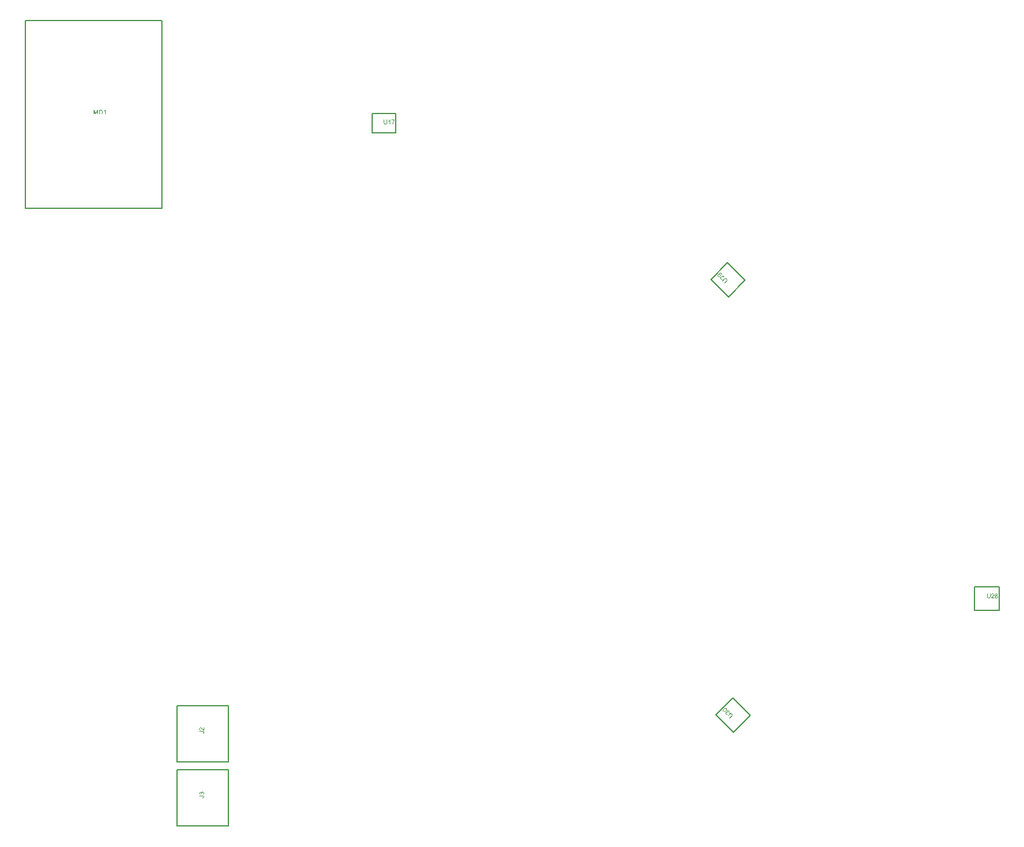
<source format=gbr>
G04*
G04 #@! TF.GenerationSoftware,Altium Limited,Altium Designer,22.4.2 (48)*
G04*
G04 Layer_Color=16711935*
%FSLAX25Y25*%
%MOIN*%
G70*
G04*
G04 #@! TF.SameCoordinates,43EAD1C5-17A3-47DC-85D2-FB09855483F6*
G04*
G04*
G04 #@! TF.FilePolarity,Positive*
G04*
G01*
G75*
%ADD13C,0.00787*%
G36*
X292020Y533436D02*
Y533433D01*
Y533418D01*
Y533400D01*
Y533374D01*
X292016Y533342D01*
Y533305D01*
X292012Y533262D01*
X292009Y533218D01*
X291998Y533120D01*
X291983Y533018D01*
X291961Y532919D01*
X291947Y532872D01*
X291932Y532828D01*
Y532825D01*
X291929Y532818D01*
X291921Y532807D01*
X291914Y532792D01*
X291892Y532752D01*
X291859Y532701D01*
X291816Y532643D01*
X291765Y532585D01*
X291699Y532523D01*
X291619Y532468D01*
X291616D01*
X291608Y532461D01*
X291597Y532457D01*
X291579Y532446D01*
X291557Y532435D01*
X291528Y532424D01*
X291499Y532413D01*
X291463Y532399D01*
X291423Y532384D01*
X291379Y532373D01*
X291332Y532363D01*
X291277Y532352D01*
X291222Y532344D01*
X291164Y532337D01*
X291033Y532330D01*
X291000D01*
X290975Y532333D01*
X290946D01*
X290909Y532337D01*
X290869Y532341D01*
X290829Y532344D01*
X290738Y532359D01*
X290640Y532381D01*
X290545Y532410D01*
X290454Y532450D01*
X290451D01*
X290443Y532457D01*
X290433Y532464D01*
X290418Y532472D01*
X290378Y532501D01*
X290331Y532541D01*
X290276Y532592D01*
X290225Y532650D01*
X290174Y532723D01*
X290134Y532803D01*
Y532807D01*
X290130Y532814D01*
X290127Y532828D01*
X290119Y532847D01*
X290112Y532868D01*
X290105Y532898D01*
X290094Y532930D01*
X290087Y532970D01*
X290079Y533014D01*
X290069Y533061D01*
X290061Y533112D01*
X290054Y533167D01*
X290047Y533229D01*
X290043Y533294D01*
X290039Y533363D01*
Y533436D01*
Y534892D01*
X290374D01*
Y533436D01*
Y533433D01*
Y533422D01*
Y533403D01*
Y533382D01*
X290378Y533356D01*
Y533323D01*
X290382Y533254D01*
X290389Y533174D01*
X290400Y533094D01*
X290414Y533018D01*
X290422Y532985D01*
X290433Y532952D01*
X290436Y532945D01*
X290443Y532927D01*
X290462Y532901D01*
X290483Y532865D01*
X290509Y532828D01*
X290545Y532788D01*
X290589Y532748D01*
X290640Y532716D01*
X290647Y532712D01*
X290665Y532701D01*
X290698Y532690D01*
X290742Y532676D01*
X290793Y532657D01*
X290858Y532646D01*
X290928Y532635D01*
X291004Y532632D01*
X291040D01*
X291062Y532635D01*
X291095D01*
X291128Y532639D01*
X291208Y532654D01*
X291295Y532672D01*
X291379Y532701D01*
X291459Y532741D01*
X291495Y532767D01*
X291528Y532796D01*
X291532Y532799D01*
X291535Y532803D01*
X291543Y532814D01*
X291554Y532828D01*
X291564Y532850D01*
X291579Y532872D01*
X291594Y532905D01*
X291608Y532938D01*
X291623Y532978D01*
X291634Y533025D01*
X291648Y533080D01*
X291659Y533138D01*
X291670Y533203D01*
X291677Y533273D01*
X291685Y533353D01*
Y533436D01*
Y534892D01*
X292020D01*
Y533436D01*
D02*
G37*
G36*
X296060Y534616D02*
X296056Y534612D01*
X296049Y534605D01*
X296034Y534590D01*
X296020Y534568D01*
X295998Y534543D01*
X295969Y534514D01*
X295940Y534477D01*
X295907Y534434D01*
X295874Y534390D01*
X295834Y534339D01*
X295794Y534281D01*
X295754Y534223D01*
X295710Y534157D01*
X295667Y534088D01*
X295623Y534011D01*
X295579Y533935D01*
X295576Y533931D01*
X295568Y533917D01*
X295558Y533895D01*
X295539Y533862D01*
X295521Y533822D01*
X295499Y533778D01*
X295474Y533728D01*
X295448Y533669D01*
X295419Y533604D01*
X295387Y533538D01*
X295357Y533465D01*
X295328Y533389D01*
X295270Y533232D01*
X295215Y533065D01*
Y533061D01*
X295212Y533050D01*
X295208Y533032D01*
X295201Y533010D01*
X295194Y532981D01*
X295186Y532945D01*
X295175Y532905D01*
X295168Y532861D01*
X295157Y532810D01*
X295146Y532756D01*
X295128Y532639D01*
X295110Y532512D01*
X295099Y532373D01*
X294782D01*
Y532377D01*
Y532388D01*
Y532403D01*
X294786Y532424D01*
Y532453D01*
X294790Y532490D01*
X294793Y532530D01*
X294797Y532574D01*
X294804Y532625D01*
X294811Y532676D01*
X294822Y532737D01*
X294833Y532799D01*
X294844Y532865D01*
X294859Y532938D01*
X294895Y533087D01*
Y533090D01*
X294899Y533105D01*
X294906Y533127D01*
X294917Y533160D01*
X294928Y533196D01*
X294942Y533240D01*
X294957Y533291D01*
X294979Y533345D01*
X295001Y533407D01*
X295023Y533469D01*
X295077Y533607D01*
X295143Y533753D01*
X295215Y533899D01*
X295219Y533902D01*
X295226Y533917D01*
X295237Y533935D01*
X295252Y533964D01*
X295270Y533997D01*
X295296Y534037D01*
X295321Y534081D01*
X295350Y534128D01*
X295419Y534234D01*
X295492Y534343D01*
X295576Y534455D01*
X295663Y534561D01*
X294429D01*
Y534860D01*
X296060D01*
Y534616D01*
D02*
G37*
G36*
X293614Y532373D02*
X293304D01*
Y534343D01*
X293301Y534339D01*
X293283Y534325D01*
X293261Y534303D01*
X293224Y534277D01*
X293184Y534244D01*
X293133Y534208D01*
X293075Y534168D01*
X293010Y534128D01*
X293006D01*
X293002Y534124D01*
X292981Y534110D01*
X292944Y534092D01*
X292900Y534070D01*
X292849Y534044D01*
X292795Y534019D01*
X292740Y533993D01*
X292686Y533971D01*
Y534270D01*
X292689D01*
X292697Y534277D01*
X292711Y534281D01*
X292729Y534292D01*
X292751Y534303D01*
X292777Y534317D01*
X292839Y534354D01*
X292911Y534394D01*
X292984Y534445D01*
X293061Y534503D01*
X293137Y534565D01*
X293141Y534568D01*
X293144Y534572D01*
X293155Y534583D01*
X293170Y534594D01*
X293202Y534630D01*
X293246Y534674D01*
X293290Y534725D01*
X293337Y534783D01*
X293377Y534841D01*
X293414Y534903D01*
X293614D01*
Y532373D01*
D02*
G37*
G36*
X478717Y210121D02*
X478720Y210118D01*
X478728Y210121D01*
X478741Y210118D01*
X478756Y210113D01*
X478777Y210108D01*
X478800Y210105D01*
X478856Y210085D01*
X478921Y210056D01*
X478993Y210020D01*
X479067Y209966D01*
X479142Y209902D01*
X479168Y209876D01*
X479183Y209856D01*
X479201Y209833D01*
X479222Y209802D01*
X479245Y209768D01*
X479268Y209730D01*
X479289Y209688D01*
X479312Y209645D01*
X479330Y209596D01*
X479345Y209544D01*
X479358Y209490D01*
X479366Y209431D01*
X479368Y209372D01*
X479366Y209313D01*
Y209307D01*
X479363Y209295D01*
X479358Y209274D01*
X479351Y209241D01*
X479340Y209205D01*
X479322Y209161D01*
X479304Y209107D01*
X479278Y209050D01*
X479248Y208988D01*
X479209Y208919D01*
X479165Y208844D01*
X479111Y208764D01*
X479052Y208679D01*
X478982Y208594D01*
X478903Y208504D01*
X478815Y208412D01*
X478813Y208409D01*
X478802Y208399D01*
X478784Y208381D01*
X478764Y208360D01*
X478733Y208334D01*
X478702Y208304D01*
X478666Y208273D01*
X478625Y208237D01*
X478537Y208165D01*
X478439Y208093D01*
X478339Y208023D01*
X478290Y207995D01*
X478241Y207966D01*
X478239Y207964D01*
X478231Y207961D01*
X478215Y207956D01*
X478197Y207948D01*
X478174Y207936D01*
X478146Y207928D01*
X478082Y207905D01*
X478010Y207884D01*
X477927Y207869D01*
X477840Y207858D01*
X477752Y207863D01*
X477749Y207866D01*
X477742Y207863D01*
X477729Y207866D01*
X477713Y207871D01*
X477690Y207874D01*
X477667Y207881D01*
X477608Y207899D01*
X477544Y207928D01*
X477472Y207964D01*
X477397Y208018D01*
X477322Y208082D01*
X477299Y208105D01*
X477273Y208136D01*
X477245Y208175D01*
X477214Y208221D01*
X477183Y208273D01*
X477152Y208329D01*
X477132Y208391D01*
X477129Y208394D01*
Y208399D01*
X477124Y208419D01*
X477116Y208453D01*
X477109Y208497D01*
X477106Y208551D01*
X477104Y208610D01*
X477109Y208672D01*
X477119Y208739D01*
X477121Y208746D01*
X477124Y208769D01*
X477137Y208803D01*
X477152Y208854D01*
X477176Y208909D01*
X477199Y208973D01*
X477232Y209042D01*
X477273Y209114D01*
X477276Y209117D01*
X477279Y209125D01*
X477284Y209135D01*
X477294Y209150D01*
X477307Y209168D01*
X477322Y209189D01*
X477340Y209217D01*
X477363Y209246D01*
X477387Y209279D01*
X477415Y209313D01*
X477448Y209351D01*
X477479Y209392D01*
X477518Y209436D01*
X477559Y209477D01*
X477603Y209526D01*
X477652Y209575D01*
X477654Y209578D01*
X477665Y209588D01*
X477683Y209606D01*
X477703Y209627D01*
X477734Y209652D01*
X477765Y209683D01*
X477801Y209714D01*
X477840Y209748D01*
X477930Y209822D01*
X478027Y209894D01*
X478125Y209961D01*
X478174Y209990D01*
X478226Y210015D01*
X478228Y210018D01*
X478236Y210020D01*
X478251Y210026D01*
X478269Y210033D01*
X478293Y210046D01*
X478321Y210054D01*
X478385Y210077D01*
X478457Y210098D01*
X478542Y210116D01*
X478627Y210123D01*
X478717Y210121D01*
D02*
G37*
G36*
X479984Y208767D02*
X480007Y208764D01*
X480035Y208762D01*
X480069Y208754D01*
X480107Y208746D01*
X480148Y208731D01*
X480192Y208718D01*
X480241Y208700D01*
X480287Y208679D01*
X480339Y208654D01*
X480390Y208623D01*
X480442Y208587D01*
X480491Y208548D01*
X480542Y208502D01*
X480565Y208479D01*
X480578Y208461D01*
X480596Y208437D01*
X480617Y208412D01*
X480637Y208381D01*
X480661Y208347D01*
X480707Y208270D01*
X480746Y208180D01*
X480763Y208131D01*
X480776Y208082D01*
X480784Y208028D01*
X480792Y207974D01*
Y207969D01*
Y207959D01*
Y207943D01*
X480789Y207925D01*
Y207899D01*
X480784Y207869D01*
X480782Y207835D01*
X480774Y207797D01*
X480763Y207755D01*
X480753Y207714D01*
X480720Y207624D01*
X480671Y207529D01*
X480640Y207483D01*
X480604Y207436D01*
X480357Y207627D01*
X480359Y207629D01*
X480362Y207637D01*
X480370Y207650D01*
X480380Y207665D01*
X480393Y207683D01*
X480406Y207706D01*
X480432Y207758D01*
X480460Y207822D01*
X480480Y207889D01*
X480496Y207956D01*
X480501Y208023D01*
X480498Y208031D01*
Y208051D01*
X480491Y208085D01*
X480478Y208123D01*
X480462Y208170D01*
X480437Y208221D01*
X480403Y208275D01*
X480359Y208324D01*
X480344Y208340D01*
X480331Y208347D01*
X480300Y208373D01*
X480257Y208401D01*
X480202Y208430D01*
X480141Y208455D01*
X480071Y208473D01*
X479994Y208479D01*
X479984D01*
X479955Y208476D01*
X479917Y208468D01*
X479865Y208458D01*
X479806Y208440D01*
X479747Y208412D01*
X479682Y208373D01*
X479621Y208322D01*
X479618Y208319D01*
X479613Y208314D01*
X479605Y208306D01*
X479598Y208293D01*
X479572Y208262D01*
X479546Y208221D01*
X479515Y208170D01*
X479492Y208111D01*
X479477Y208044D01*
X479471Y207972D01*
Y207961D01*
X479474Y207938D01*
X479479Y207902D01*
X479490Y207856D01*
X479507Y207802D01*
X479536Y207743D01*
X479574Y207683D01*
X479623Y207624D01*
X479646Y207601D01*
X479667Y207586D01*
X479693Y207565D01*
X479724Y207544D01*
X479760Y207519D01*
X479801Y207493D01*
X479582Y207326D01*
X479569Y207338D01*
X479562Y207351D01*
X479528Y207385D01*
X479495Y207408D01*
X479456Y207436D01*
X479410Y207467D01*
X479353Y207498D01*
X479294Y207521D01*
X479227Y207542D01*
X479224Y207544D01*
X479219D01*
X479196Y207547D01*
X479160D01*
X479116Y207544D01*
X479062Y207531D01*
X479006Y207511D01*
X478949Y207480D01*
X478918Y207459D01*
X478890Y207431D01*
X478887Y207429D01*
X478885Y207426D01*
X478869Y207411D01*
X478854Y207385D01*
X478831Y207351D01*
X478810Y207310D01*
X478789Y207264D01*
X478777Y207210D01*
X478774Y207151D01*
Y207145D01*
X478777Y207122D01*
X478782Y207091D01*
X478789Y207053D01*
X478807Y207009D01*
X478831Y206960D01*
X478861Y206909D01*
X478905Y206860D01*
X478926Y206839D01*
X478954Y206821D01*
X478990Y206795D01*
X479034Y206772D01*
X479080Y206752D01*
X479137Y206736D01*
X479196Y206728D01*
X479201D01*
X479224Y206731D01*
X479258Y206734D01*
X479302Y206741D01*
X479353Y206757D01*
X479412Y206780D01*
X479477Y206813D01*
X479543Y206860D01*
X479724Y206602D01*
X479721Y206600D01*
X479711Y206595D01*
X479698Y206587D01*
X479680Y206574D01*
X479657Y206561D01*
X479628Y206548D01*
X479564Y206515D01*
X479482Y206484D01*
X479394Y206458D01*
X479302Y206443D01*
X479199D01*
X479191Y206445D01*
X479178Y206448D01*
X479160Y206451D01*
X479137Y206453D01*
X479108Y206461D01*
X479080Y206469D01*
X479044Y206479D01*
X478972Y206510D01*
X478892Y206548D01*
X478810Y206605D01*
X478769Y206636D01*
X478704Y206700D01*
X478679Y206731D01*
X478650Y206770D01*
X478617Y206819D01*
X478583Y206878D01*
X478553Y206940D01*
X478527Y207006D01*
X478524Y207009D01*
Y207014D01*
X478516Y207037D01*
X478509Y207076D01*
X478501Y207120D01*
X478496Y207176D01*
X478493Y207236D01*
X478496Y207300D01*
X478509Y207364D01*
X478511Y207372D01*
X478516Y207393D01*
X478529Y207426D01*
X478545Y207467D01*
X478565Y207513D01*
X478594Y207562D01*
X478630Y207614D01*
X478671Y207660D01*
X478676Y207665D01*
X478692Y207681D01*
X478715Y207699D01*
X478748Y207722D01*
X478789Y207748D01*
X478838Y207771D01*
X478890Y207791D01*
X478946Y207807D01*
X478954Y207809D01*
X478972Y207812D01*
X479006Y207815D01*
X479047D01*
X479096Y207812D01*
X479152Y207807D01*
X479212Y207794D01*
X479278Y207773D01*
X479276Y207776D01*
X479273Y207784D01*
X479268Y207794D01*
X479260Y207807D01*
X479242Y207845D01*
X479222Y207897D01*
X479201Y207959D01*
X479186Y208026D01*
X479181Y208098D01*
X479183Y208172D01*
X479186Y208180D01*
X479191Y208206D01*
X479201Y208247D01*
X479219Y208296D01*
X479245Y208352D01*
X479278Y208417D01*
X479325Y208484D01*
X479384Y208548D01*
X479387Y208551D01*
X479394Y208558D01*
X479407Y208571D01*
X479425Y208584D01*
X479448Y208602D01*
X479477Y208620D01*
X479507Y208641D01*
X479541Y208664D01*
X479623Y208705D01*
X479672Y208723D01*
X479718Y208739D01*
X479773Y208752D01*
X479829Y208762D01*
X479888Y208769D01*
X479966D01*
X479984Y208767D01*
D02*
G37*
G36*
X481502Y207269D02*
X481598Y207251D01*
X481600Y207248D01*
X481610D01*
X481621Y207243D01*
X481641Y207238D01*
X481664Y207230D01*
X481693Y207218D01*
X481721Y207205D01*
X481757Y207189D01*
X481796Y207171D01*
X481834Y207148D01*
X481875Y207122D01*
X481922Y207091D01*
X481965Y207058D01*
X482012Y207022D01*
X482110Y206934D01*
X482133Y206911D01*
X482148Y206891D01*
X482169Y206870D01*
X482192Y206842D01*
X482218Y206811D01*
X482243Y206780D01*
X482298Y206705D01*
X482352Y206620D01*
X482398Y206533D01*
X482434Y206440D01*
X482437Y206438D01*
Y206427D01*
X482439Y206414D01*
X482444Y206399D01*
X482452Y206350D01*
X482457Y206288D01*
X482460Y206214D01*
X482455Y206136D01*
X482439Y206049D01*
X482411Y205964D01*
X482408Y205961D01*
X482406Y205954D01*
X482398Y205941D01*
X482390Y205923D01*
X482380Y205902D01*
X482365Y205876D01*
X482349Y205846D01*
X482326Y205812D01*
X482300Y205776D01*
X482274Y205735D01*
X482243Y205694D01*
X482210Y205650D01*
X482171Y205601D01*
X482128Y205552D01*
X482081Y205501D01*
X482030Y205449D01*
X481000Y204420D01*
X480763Y204657D01*
X481793Y205686D01*
X481796Y205689D01*
X481803Y205696D01*
X481816Y205709D01*
X481832Y205725D01*
X481847Y205745D01*
X481870Y205768D01*
X481917Y205820D01*
X481968Y205882D01*
X482017Y205946D01*
X482061Y206010D01*
X482079Y206039D01*
X482094Y206069D01*
X482097Y206077D01*
X482104Y206095D01*
X482110Y206126D01*
X482120Y206167D01*
X482128Y206211D01*
X482130Y206265D01*
X482128Y206324D01*
X482115Y206383D01*
X482112Y206391D01*
X482107Y206412D01*
X482092Y206443D01*
X482071Y206484D01*
X482048Y206533D01*
X482009Y206587D01*
X481968Y206644D01*
X481917Y206700D01*
X481891Y206726D01*
X481873Y206739D01*
X481850Y206762D01*
X481824Y206783D01*
X481757Y206829D01*
X481682Y206878D01*
X481603Y206916D01*
X481518Y206945D01*
X481474Y206952D01*
X481430Y206955D01*
X481420D01*
X481407Y206952D01*
X481389Y206950D01*
X481366Y206942D01*
X481340Y206937D01*
X481307Y206924D01*
X481273Y206911D01*
X481235Y206893D01*
X481193Y206867D01*
X481145Y206839D01*
X481096Y206806D01*
X481041Y206767D01*
X480987Y206723D01*
X480926Y206672D01*
X480866Y206613D01*
X479837Y205583D01*
X479600Y205820D01*
X480630Y206849D01*
X480632Y206852D01*
X480643Y206862D01*
X480655Y206875D01*
X480673Y206893D01*
X480699Y206914D01*
X480725Y206940D01*
X480758Y206968D01*
X480792Y206996D01*
X480869Y207058D01*
X480951Y207120D01*
X481036Y207174D01*
X481080Y207197D01*
X481121Y207218D01*
X481124Y207220D01*
X481132Y207223D01*
X481145Y207225D01*
X481160Y207230D01*
X481204Y207243D01*
X481263Y207256D01*
X481335Y207266D01*
X481412Y207272D01*
X481502Y207269D01*
D02*
G37*
G36*
X624815Y271776D02*
Y271772D01*
Y271758D01*
Y271739D01*
Y271714D01*
X624811Y271681D01*
Y271645D01*
X624808Y271601D01*
X624804Y271557D01*
X624793Y271459D01*
X624778Y271357D01*
X624756Y271259D01*
X624742Y271212D01*
X624727Y271168D01*
Y271164D01*
X624724Y271157D01*
X624717Y271146D01*
X624709Y271131D01*
X624687Y271092D01*
X624655Y271041D01*
X624611Y270982D01*
X624560Y270924D01*
X624494Y270862D01*
X624414Y270808D01*
X624411D01*
X624403Y270800D01*
X624393Y270797D01*
X624374Y270786D01*
X624353Y270775D01*
X624323Y270764D01*
X624294Y270753D01*
X624258Y270738D01*
X624218Y270724D01*
X624174Y270713D01*
X624127Y270702D01*
X624072Y270691D01*
X624018Y270684D01*
X623959Y270676D01*
X623828Y270669D01*
X623796D01*
X623770Y270673D01*
X623741D01*
X623705Y270676D01*
X623665Y270680D01*
X623625Y270684D01*
X623533Y270698D01*
X623435Y270720D01*
X623341Y270749D01*
X623249Y270789D01*
X623246D01*
X623239Y270797D01*
X623228Y270804D01*
X623213Y270811D01*
X623173Y270840D01*
X623126Y270880D01*
X623071Y270931D01*
X623020Y270990D01*
X622969Y271062D01*
X622929Y271142D01*
Y271146D01*
X622926Y271153D01*
X622922Y271168D01*
X622915Y271186D01*
X622907Y271208D01*
X622900Y271237D01*
X622889Y271270D01*
X622882Y271310D01*
X622875Y271354D01*
X622864Y271401D01*
X622856Y271452D01*
X622849Y271506D01*
X622842Y271568D01*
X622838Y271634D01*
X622835Y271703D01*
Y271776D01*
Y273232D01*
X623170D01*
Y271776D01*
Y271772D01*
Y271761D01*
Y271743D01*
Y271721D01*
X623173Y271696D01*
Y271663D01*
X623177Y271594D01*
X623184Y271514D01*
X623195Y271434D01*
X623209Y271357D01*
X623217Y271324D01*
X623228Y271292D01*
X623231Y271284D01*
X623239Y271266D01*
X623257Y271241D01*
X623279Y271204D01*
X623304Y271168D01*
X623341Y271128D01*
X623384Y271088D01*
X623435Y271055D01*
X623443Y271051D01*
X623461Y271041D01*
X623493Y271030D01*
X623537Y271015D01*
X623588Y270997D01*
X623654Y270986D01*
X623723Y270975D01*
X623799Y270971D01*
X623836D01*
X623857Y270975D01*
X623890D01*
X623923Y270979D01*
X624003Y270993D01*
X624090Y271011D01*
X624174Y271041D01*
X624254Y271081D01*
X624291Y271106D01*
X624323Y271135D01*
X624327Y271139D01*
X624331Y271142D01*
X624338Y271153D01*
X624349Y271168D01*
X624360Y271190D01*
X624374Y271212D01*
X624389Y271244D01*
X624403Y271277D01*
X624418Y271317D01*
X624429Y271364D01*
X624443Y271419D01*
X624454Y271477D01*
X624465Y271543D01*
X624473Y271612D01*
X624480Y271692D01*
Y271776D01*
Y273232D01*
X624815D01*
Y271776D01*
D02*
G37*
G36*
X626140Y273239D02*
X626169Y273235D01*
X626205Y273232D01*
X626245Y273224D01*
X626285Y273217D01*
X626380Y273192D01*
X626475Y273155D01*
X626522Y273133D01*
X626569Y273108D01*
X626613Y273075D01*
X626653Y273039D01*
X626657Y273035D01*
X626664Y273032D01*
X626671Y273017D01*
X626686Y273003D01*
X626704Y272984D01*
X626722Y272959D01*
X626740Y272933D01*
X626762Y272901D01*
X626798Y272831D01*
X626835Y272744D01*
X626850Y272700D01*
X626857Y272649D01*
X626864Y272598D01*
X626868Y272544D01*
Y272537D01*
Y272518D01*
X626864Y272489D01*
X626860Y272449D01*
X626853Y272406D01*
X626839Y272355D01*
X626824Y272300D01*
X626802Y272245D01*
X626798Y272238D01*
X626791Y272220D01*
X626777Y272191D01*
X626755Y272151D01*
X626726Y272107D01*
X626689Y272052D01*
X626646Y271998D01*
X626595Y271936D01*
X626587Y271929D01*
X626569Y271907D01*
X626551Y271889D01*
X626533Y271870D01*
X626511Y271849D01*
X626482Y271819D01*
X626453Y271790D01*
X626416Y271758D01*
X626380Y271721D01*
X626336Y271681D01*
X626289Y271641D01*
X626238Y271594D01*
X626180Y271547D01*
X626122Y271496D01*
X626118Y271492D01*
X626111Y271485D01*
X626096Y271474D01*
X626078Y271459D01*
X626056Y271437D01*
X626030Y271415D01*
X625972Y271368D01*
X625910Y271314D01*
X625852Y271259D01*
X625801Y271212D01*
X625779Y271193D01*
X625761Y271175D01*
X625758Y271172D01*
X625747Y271161D01*
X625732Y271146D01*
X625714Y271124D01*
X625696Y271099D01*
X625674Y271073D01*
X625630Y271011D01*
X626871D01*
Y270713D01*
X625201D01*
Y270717D01*
Y270731D01*
Y270753D01*
X625204Y270782D01*
X625208Y270815D01*
X625215Y270851D01*
X625222Y270888D01*
X625237Y270928D01*
Y270931D01*
X625241Y270935D01*
X625248Y270957D01*
X625262Y270990D01*
X625284Y271033D01*
X625313Y271084D01*
X625350Y271142D01*
X625390Y271201D01*
X625441Y271263D01*
Y271266D01*
X625448Y271270D01*
X625466Y271292D01*
X625499Y271324D01*
X625546Y271372D01*
X625601Y271426D01*
X625670Y271492D01*
X625754Y271565D01*
X625845Y271641D01*
X625848Y271645D01*
X625863Y271656D01*
X625885Y271674D01*
X625910Y271696D01*
X625943Y271725D01*
X625983Y271758D01*
X626023Y271794D01*
X626071Y271834D01*
X626161Y271921D01*
X626253Y272009D01*
X626296Y272052D01*
X626336Y272096D01*
X626373Y272136D01*
X626402Y272176D01*
Y272180D01*
X626409Y272183D01*
X626416Y272194D01*
X626424Y272209D01*
X626449Y272249D01*
X626478Y272296D01*
X626504Y272355D01*
X626529Y272416D01*
X626544Y272486D01*
X626551Y272551D01*
Y272555D01*
Y272558D01*
X626547Y272580D01*
X626544Y272617D01*
X626533Y272657D01*
X626518Y272708D01*
X626493Y272759D01*
X626460Y272810D01*
X626416Y272861D01*
X626409Y272868D01*
X626391Y272882D01*
X626365Y272901D01*
X626325Y272926D01*
X626274Y272948D01*
X626216Y272970D01*
X626147Y272984D01*
X626071Y272988D01*
X626049D01*
X626034Y272984D01*
X625990Y272981D01*
X625940Y272970D01*
X625885Y272955D01*
X625823Y272930D01*
X625765Y272897D01*
X625710Y272853D01*
X625703Y272846D01*
X625688Y272828D01*
X625667Y272799D01*
X625645Y272755D01*
X625619Y272704D01*
X625597Y272639D01*
X625583Y272566D01*
X625575Y272482D01*
X625259Y272515D01*
Y272518D01*
X625262Y272529D01*
Y272548D01*
X625266Y272573D01*
X625273Y272602D01*
X625281Y272635D01*
X625292Y272675D01*
X625303Y272715D01*
X625332Y272802D01*
X625375Y272890D01*
X625401Y272933D01*
X625434Y272977D01*
X625466Y273017D01*
X625503Y273053D01*
X625506Y273057D01*
X625514Y273061D01*
X625525Y273072D01*
X625543Y273083D01*
X625565Y273097D01*
X625590Y273112D01*
X625619Y273130D01*
X625656Y273148D01*
X625696Y273166D01*
X625739Y273184D01*
X625787Y273199D01*
X625838Y273214D01*
X625892Y273224D01*
X625950Y273235D01*
X626012Y273239D01*
X626078Y273243D01*
X626114D01*
X626140Y273239D01*
D02*
G37*
G36*
X628076D02*
X628105Y273235D01*
X628138Y273232D01*
X628174Y273228D01*
X628211Y273217D01*
X628298Y273195D01*
X628386Y273163D01*
X628429Y273141D01*
X628473Y273115D01*
X628513Y273083D01*
X628553Y273050D01*
X628557Y273046D01*
X628560Y273042D01*
X628571Y273032D01*
X628586Y273017D01*
X628600Y272995D01*
X628618Y272973D01*
X628655Y272919D01*
X628691Y272850D01*
X628724Y272769D01*
X628750Y272678D01*
X628753Y272631D01*
X628757Y272580D01*
Y272577D01*
Y272573D01*
Y272551D01*
X628753Y272518D01*
X628746Y272478D01*
X628735Y272427D01*
X628717Y272376D01*
X628695Y272325D01*
X628662Y272274D01*
X628659Y272267D01*
X628644Y272253D01*
X628622Y272231D01*
X628593Y272202D01*
X628553Y272169D01*
X628506Y272136D01*
X628451Y272103D01*
X628386Y272074D01*
X628389D01*
X628397Y272071D01*
X628407Y272067D01*
X628422Y272060D01*
X628466Y272042D01*
X628517Y272016D01*
X628571Y271980D01*
X628629Y271940D01*
X628684Y271889D01*
X628735Y271830D01*
Y271827D01*
X628739Y271823D01*
X628753Y271801D01*
X628775Y271765D01*
X628797Y271718D01*
X628819Y271659D01*
X628841Y271590D01*
X628855Y271514D01*
X628859Y271430D01*
Y271426D01*
Y271415D01*
Y271397D01*
X628855Y271375D01*
X628852Y271350D01*
X628848Y271317D01*
X628841Y271281D01*
X628830Y271241D01*
X628804Y271157D01*
X628786Y271110D01*
X628760Y271066D01*
X628735Y271019D01*
X628706Y270975D01*
X628670Y270931D01*
X628629Y270888D01*
X628626Y270884D01*
X628618Y270877D01*
X628608Y270866D01*
X628589Y270855D01*
X628564Y270837D01*
X628539Y270818D01*
X628506Y270800D01*
X628469Y270778D01*
X628429Y270757D01*
X628382Y270738D01*
X628331Y270720D01*
X628280Y270702D01*
X628222Y270691D01*
X628160Y270680D01*
X628098Y270673D01*
X628029Y270669D01*
X627992D01*
X627967Y270673D01*
X627934Y270676D01*
X627898Y270680D01*
X627858Y270687D01*
X627814Y270698D01*
X627716Y270724D01*
X627665Y270742D01*
X627618Y270760D01*
X627567Y270786D01*
X627516Y270815D01*
X627468Y270848D01*
X627425Y270888D01*
X627421Y270891D01*
X627414Y270899D01*
X627403Y270910D01*
X627388Y270928D01*
X627374Y270950D01*
X627352Y270975D01*
X627334Y271004D01*
X627312Y271041D01*
X627290Y271077D01*
X627272Y271121D01*
X627235Y271212D01*
X627221Y271266D01*
X627210Y271321D01*
X627203Y271379D01*
X627199Y271437D01*
Y271441D01*
Y271448D01*
Y271463D01*
X627203Y271477D01*
Y271499D01*
X627206Y271525D01*
X627213Y271583D01*
X627228Y271648D01*
X627250Y271714D01*
X627283Y271783D01*
X627323Y271849D01*
Y271852D01*
X627330Y271856D01*
X627345Y271874D01*
X627374Y271903D01*
X627414Y271940D01*
X627465Y271976D01*
X627527Y272016D01*
X627596Y272049D01*
X627679Y272074D01*
X627676D01*
X627672Y272078D01*
X627661Y272082D01*
X627647Y272089D01*
X627614Y272103D01*
X627570Y272125D01*
X627523Y272154D01*
X627476Y272191D01*
X627432Y272231D01*
X627392Y272274D01*
X627388Y272282D01*
X627377Y272296D01*
X627363Y272325D01*
X627348Y272362D01*
X627330Y272409D01*
X627315Y272464D01*
X627305Y272526D01*
X627301Y272591D01*
Y272595D01*
Y272602D01*
Y272617D01*
X627305Y272639D01*
X627308Y272660D01*
X627312Y272689D01*
X627326Y272751D01*
X627348Y272824D01*
X627385Y272901D01*
X627406Y272941D01*
X627432Y272981D01*
X627465Y273017D01*
X627497Y273053D01*
X627501Y273057D01*
X627508Y273061D01*
X627519Y273072D01*
X627534Y273083D01*
X627552Y273097D01*
X627577Y273112D01*
X627607Y273130D01*
X627636Y273148D01*
X627672Y273166D01*
X627712Y273184D01*
X627756Y273199D01*
X627803Y273214D01*
X627905Y273235D01*
X627963Y273239D01*
X628022Y273243D01*
X628054D01*
X628076Y273239D01*
D02*
G37*
G36*
X475852Y450315D02*
X475855Y450312D01*
X475865D01*
X475878Y450310D01*
X475893Y450305D01*
X475916Y450297D01*
X475942Y450292D01*
X475973Y450281D01*
X476001Y450269D01*
X476071Y450240D01*
X476148Y450199D01*
X476223Y450145D01*
X476300Y450078D01*
X476321Y450058D01*
X476331Y450042D01*
X476349Y450024D01*
X476367Y450001D01*
X476405Y449942D01*
X476447Y449875D01*
X476483Y449798D01*
X476511Y449713D01*
X476521Y449666D01*
X476526Y449620D01*
Y449615D01*
Y449610D01*
Y449594D01*
Y449579D01*
X476524Y449556D01*
X476521Y449527D01*
X476511Y449466D01*
X476490Y449394D01*
X476460Y449311D01*
X476416Y449226D01*
X476357Y449136D01*
X476127Y449329D01*
X476130Y449332D01*
X476133Y449339D01*
X476138Y449345D01*
X476146Y449357D01*
X476166Y449394D01*
X476187Y449435D01*
X476210Y449484D01*
X476228Y449538D01*
X476241Y449592D01*
X476243Y449646D01*
Y449651D01*
X476241Y449669D01*
X476233Y449697D01*
X476223Y449728D01*
X476207Y449769D01*
X476184Y449813D01*
X476153Y449859D01*
X476115Y449903D01*
X476097Y449921D01*
X476076Y449937D01*
X476050Y449957D01*
X476017Y449980D01*
X475981Y450001D01*
X475940Y450022D01*
X475896Y450034D01*
X475891D01*
X475875Y450039D01*
X475849Y450045D01*
X475819D01*
X475780Y450047D01*
X475739D01*
X475695Y450045D01*
X475646Y450037D01*
X475641D01*
X475623Y450029D01*
X475595Y450022D01*
X475561Y450009D01*
X475517Y449991D01*
X475468Y449967D01*
X475415Y449939D01*
X475355Y449906D01*
X475353Y449903D01*
X475348D01*
X475340Y449895D01*
X475327Y449888D01*
X475296Y449867D01*
X475255Y449841D01*
X475209Y449805D01*
X475160Y449767D01*
X475108Y449720D01*
X475054Y449672D01*
X475052Y449669D01*
X475044Y449661D01*
X475031Y449648D01*
X475010Y449628D01*
X475018Y449630D01*
X475041Y449633D01*
X475075Y449635D01*
X475118Y449643D01*
X475170D01*
X475229Y449641D01*
X475293Y449633D01*
X475360Y449617D01*
X475368Y449615D01*
X475391Y449607D01*
X475425Y449594D01*
X475463Y449576D01*
X475515Y449550D01*
X475566Y449520D01*
X475620Y449481D01*
X475672Y449435D01*
X475693Y449414D01*
X475705Y449396D01*
X475723Y449373D01*
X475741Y449350D01*
X475762Y449319D01*
X475780Y449285D01*
X475821Y449208D01*
X475839Y449164D01*
X475855Y449118D01*
X475870Y449067D01*
X475878Y449013D01*
X475885Y448958D01*
Y448902D01*
Y448897D01*
Y448886D01*
X475883Y448874D01*
X475880Y448850D01*
X475875Y448819D01*
X475870Y448789D01*
X475860Y448753D01*
X475847Y448714D01*
X475834Y448670D01*
X475816Y448627D01*
X475793Y448577D01*
X475770Y448529D01*
X475739Y448477D01*
X475700Y448428D01*
X475662Y448379D01*
X475615Y448328D01*
X475613Y448325D01*
X475602Y448315D01*
X475590Y448302D01*
X475569Y448287D01*
X475543Y448266D01*
X475512Y448240D01*
X475479Y448217D01*
X475438Y448191D01*
X475353Y448143D01*
X475304Y448119D01*
X475250Y448096D01*
X475196Y448078D01*
X475139Y448068D01*
X475080Y448055D01*
X475021Y448053D01*
X474990D01*
X474967Y448055D01*
X474938Y448058D01*
X474902Y448063D01*
X474869Y448070D01*
X474825Y448078D01*
X474784Y448089D01*
X474740Y448106D01*
X474642Y448148D01*
X474596Y448174D01*
X474547Y448207D01*
X474501Y448243D01*
X474454Y448284D01*
X474436Y448302D01*
X474426Y448318D01*
X474413Y448330D01*
X474398Y448351D01*
X474362Y448403D01*
X474323Y448462D01*
X474287Y448534D01*
X474256Y448611D01*
X474233Y448696D01*
X474230Y448699D01*
X474233Y448706D01*
X474230Y448719D01*
X474228Y448737D01*
X474223Y448783D01*
X474218Y448845D01*
X474223Y448917D01*
X474230Y449002D01*
X474251Y449090D01*
X474282Y449182D01*
X474285Y449185D01*
X474287Y449193D01*
X474292Y449208D01*
X474300Y449226D01*
X474313Y449249D01*
X474328Y449280D01*
X474349Y449311D01*
X474369Y449347D01*
X474395Y449388D01*
X474426Y449435D01*
X474462Y449481D01*
X474501Y449530D01*
X474544Y449584D01*
X474591Y449641D01*
X474645Y449700D01*
X474704Y449759D01*
X474707Y449761D01*
X474719Y449774D01*
X474738Y449792D01*
X474761Y449816D01*
X474792Y449841D01*
X474825Y449875D01*
X474866Y449911D01*
X474910Y449944D01*
X475005Y450024D01*
X475111Y450104D01*
X475216Y450173D01*
X475273Y450204D01*
X475324Y450230D01*
X475327Y450233D01*
X475335Y450235D01*
X475350Y450240D01*
X475371Y450251D01*
X475394Y450258D01*
X475425Y450269D01*
X475494Y450287D01*
X475574Y450305D01*
X475662Y450320D01*
X475757Y450323D01*
X475852Y450315D01*
D02*
G37*
G36*
X478217Y448099D02*
X478215Y448096D01*
X478205Y448086D01*
X478189Y448070D01*
X478166Y448053D01*
X478140Y448032D01*
X478109Y448011D01*
X478078Y447991D01*
X478040Y447973D01*
X478037Y447970D01*
X478032D01*
X478012Y447960D01*
X477978Y447947D01*
X477932Y447931D01*
X477875Y447916D01*
X477808Y447901D01*
X477739Y447888D01*
X477659Y447880D01*
X477656Y447878D01*
X477649Y447880D01*
X477620Y447878D01*
X477430D01*
X477335Y447880D01*
X477224Y447888D01*
X477106Y447898D01*
X477100D01*
X477082Y447901D01*
X477054Y447903D01*
X477021Y447906D01*
X476977Y447908D01*
X476925Y447914D01*
X476871Y447916D01*
X476810Y447921D01*
X476683Y447924D01*
X476557Y447926D01*
X476496D01*
X476436Y447924D01*
X476382Y447921D01*
X476333Y447914D01*
X476331Y447911D01*
X476323Y447914D01*
X476310Y447911D01*
X476295Y447906D01*
X476248Y447895D01*
X476194Y447883D01*
X476135Y447859D01*
X476073Y447834D01*
X476014Y447795D01*
X475963Y447754D01*
X475960Y447751D01*
X475958Y447749D01*
X475945Y447731D01*
X475921Y447702D01*
X475901Y447666D01*
X475875Y447620D01*
X475857Y447566D01*
X475844Y447507D01*
X475839Y447440D01*
Y447430D01*
X475842Y447406D01*
X475847Y447376D01*
X475857Y447329D01*
X475878Y447278D01*
X475904Y447221D01*
X475942Y447162D01*
X475994Y447105D01*
X476009Y447090D01*
X476022Y447082D01*
X476055Y447054D01*
X476099Y447025D01*
X476148Y446997D01*
X476210Y446972D01*
X476274Y446953D01*
X476344Y446946D01*
X476354D01*
X476377Y446948D01*
X476413Y446953D01*
X476460Y446969D01*
X476513Y446987D01*
X476575Y447018D01*
X476637Y447059D01*
X476701Y447113D01*
X476902Y446866D01*
X476900Y446863D01*
X476889Y446858D01*
X476876Y446845D01*
X476856Y446830D01*
X476830Y446814D01*
X476802Y446796D01*
X476766Y446776D01*
X476730Y446755D01*
X476647Y446714D01*
X476555Y446683D01*
X476506Y446670D01*
X476452Y446663D01*
X476400Y446657D01*
X476344D01*
X476336Y446660D01*
X476321D01*
X476300Y446665D01*
X476274Y446670D01*
X476246Y446678D01*
X476212Y446686D01*
X476174Y446699D01*
X476133Y446714D01*
X476089Y446732D01*
X476045Y446755D01*
X475999Y446781D01*
X475952Y446812D01*
X475904Y446845D01*
X475857Y446886D01*
X475808Y446930D01*
X475782Y446956D01*
X475767Y446977D01*
X475749Y447000D01*
X475726Y447028D01*
X475703Y447061D01*
X475680Y447095D01*
X475631Y447180D01*
X475590Y447273D01*
X475571Y447322D01*
X475556Y447373D01*
X475548Y447427D01*
X475546Y447481D01*
Y447486D01*
X475543Y447494D01*
X475548Y447509D01*
Y447530D01*
Y447556D01*
X475554Y447587D01*
X475559Y447617D01*
X475566Y447656D01*
X475590Y447731D01*
X475626Y447818D01*
X475646Y447859D01*
X475677Y447901D01*
X475708Y447942D01*
X475744Y447983D01*
X475749Y447988D01*
X475762Y448001D01*
X475785Y448019D01*
X475816Y448045D01*
X475852Y448070D01*
X475898Y448096D01*
X475947Y448125D01*
X476001Y448148D01*
X476009Y448150D01*
X476027Y448158D01*
X476058Y448168D01*
X476102Y448181D01*
X476153Y448191D01*
X476218Y448204D01*
X476287Y448212D01*
X476367Y448220D01*
X476377D01*
X476405Y448222D01*
X476570D01*
X476619Y448220D01*
X476671D01*
X476730Y448217D01*
X476791Y448212D01*
X476861Y448209D01*
X476936Y448202D01*
X477013Y448197D01*
X477028D01*
X477046Y448194D01*
X477070Y448191D01*
X477100D01*
X477134Y448189D01*
X477209Y448181D01*
X477291Y448176D01*
X477371Y448174D01*
X477440Y448171D01*
X477468Y448168D01*
X477535D01*
X477564Y448171D01*
X477595Y448176D01*
X477628Y448179D01*
X477703Y448191D01*
X476825Y449069D01*
X477036Y449280D01*
X478217Y448099D01*
D02*
G37*
G36*
X478611Y447494D02*
X478707Y447476D01*
X478709Y447473D01*
X478719D01*
X478730Y447468D01*
X478750Y447463D01*
X478773Y447455D01*
X478802Y447442D01*
X478830Y447430D01*
X478866Y447414D01*
X478905Y447396D01*
X478943Y447373D01*
X478984Y447347D01*
X479031Y447316D01*
X479074Y447283D01*
X479121Y447247D01*
X479219Y447159D01*
X479242Y447136D01*
X479257Y447116D01*
X479278Y447095D01*
X479301Y447067D01*
X479327Y447036D01*
X479353Y447005D01*
X479406Y446930D01*
X479461Y446845D01*
X479507Y446758D01*
X479543Y446665D01*
X479545Y446663D01*
Y446652D01*
X479548Y446639D01*
X479553Y446624D01*
X479561Y446575D01*
X479566Y446513D01*
X479569Y446439D01*
X479564Y446361D01*
X479548Y446274D01*
X479520Y446189D01*
X479517Y446186D01*
X479515Y446179D01*
X479507Y446166D01*
X479499Y446148D01*
X479489Y446127D01*
X479473Y446102D01*
X479458Y446071D01*
X479435Y446037D01*
X479409Y446001D01*
X479383Y445960D01*
X479353Y445919D01*
X479319Y445875D01*
X479280Y445826D01*
X479237Y445777D01*
X479190Y445726D01*
X479139Y445674D01*
X478109Y444645D01*
X477873Y444881D01*
X478902Y445911D01*
X478905Y445914D01*
X478912Y445921D01*
X478925Y445934D01*
X478941Y445950D01*
X478956Y445970D01*
X478979Y445993D01*
X479026Y446045D01*
X479077Y446107D01*
X479126Y446171D01*
X479170Y446235D01*
X479188Y446264D01*
X479203Y446294D01*
X479206Y446302D01*
X479213Y446320D01*
X479219Y446351D01*
X479229Y446392D01*
X479237Y446436D01*
X479239Y446490D01*
X479237Y446549D01*
X479224Y446608D01*
X479221Y446616D01*
X479216Y446637D01*
X479201Y446668D01*
X479180Y446709D01*
X479157Y446758D01*
X479118Y446812D01*
X479077Y446869D01*
X479026Y446925D01*
X479000Y446951D01*
X478982Y446964D01*
X478959Y446987D01*
X478933Y447008D01*
X478866Y447054D01*
X478791Y447103D01*
X478712Y447141D01*
X478627Y447170D01*
X478583Y447177D01*
X478539Y447180D01*
X478529D01*
X478516Y447177D01*
X478498Y447175D01*
X478475Y447167D01*
X478449Y447162D01*
X478416Y447149D01*
X478382Y447136D01*
X478343Y447118D01*
X478302Y447092D01*
X478254Y447064D01*
X478205Y447031D01*
X478151Y446992D01*
X478096Y446948D01*
X478035Y446897D01*
X477976Y446838D01*
X476946Y445808D01*
X476709Y446045D01*
X477739Y447074D01*
X477741Y447077D01*
X477752Y447087D01*
X477764Y447100D01*
X477782Y447118D01*
X477808Y447139D01*
X477834Y447164D01*
X477867Y447193D01*
X477901Y447221D01*
X477978Y447283D01*
X478060Y447345D01*
X478145Y447399D01*
X478189Y447422D01*
X478230Y447442D01*
X478233Y447445D01*
X478241Y447448D01*
X478254Y447450D01*
X478269Y447455D01*
X478313Y447468D01*
X478372Y447481D01*
X478444Y447491D01*
X478521Y447497D01*
X478611Y447494D01*
D02*
G37*
G36*
X132324Y537854D02*
X132003D01*
Y539962D01*
X131268Y537854D01*
X130970D01*
X130242Y539998D01*
Y537854D01*
X129921D01*
Y540373D01*
X130420D01*
X131017Y538586D01*
Y538582D01*
X131020Y538575D01*
X131024Y538564D01*
X131031Y538546D01*
X131046Y538502D01*
X131064Y538448D01*
X131082Y538386D01*
X131104Y538324D01*
X131122Y538266D01*
X131137Y538215D01*
X131141Y538222D01*
X131144Y538240D01*
X131155Y538273D01*
X131170Y538317D01*
X131188Y538375D01*
X131213Y538444D01*
X131239Y538524D01*
X131272Y538619D01*
X131876Y540373D01*
X132324D01*
Y537854D01*
D02*
G37*
G36*
X136444D02*
X136135D01*
Y539823D01*
X136131Y539820D01*
X136113Y539805D01*
X136091Y539783D01*
X136055Y539758D01*
X136015Y539725D01*
X135964Y539689D01*
X135905Y539649D01*
X135840Y539609D01*
X135836D01*
X135833Y539605D01*
X135811Y539591D01*
X135774Y539572D01*
X135731Y539550D01*
X135680Y539525D01*
X135625Y539500D01*
X135571Y539474D01*
X135516Y539452D01*
Y539751D01*
X135520D01*
X135527Y539758D01*
X135541Y539762D01*
X135560Y539773D01*
X135581Y539783D01*
X135607Y539798D01*
X135669Y539834D01*
X135742Y539875D01*
X135814Y539925D01*
X135891Y539984D01*
X135967Y540046D01*
X135971Y540049D01*
X135975Y540053D01*
X135985Y540064D01*
X136000Y540075D01*
X136033Y540111D01*
X136076Y540155D01*
X136120Y540206D01*
X136168Y540264D01*
X136207Y540322D01*
X136244Y540384D01*
X136444D01*
Y537854D01*
D02*
G37*
G36*
X133900Y540370D02*
X133973Y540366D01*
X134045Y540359D01*
X134118Y540348D01*
X134180Y540337D01*
X134184D01*
X134191Y540333D01*
X134202D01*
X134216Y540326D01*
X134256Y540315D01*
X134307Y540297D01*
X134366Y540271D01*
X134427Y540239D01*
X134489Y540202D01*
X134548Y540155D01*
X134551Y540151D01*
X134555Y540147D01*
X134566Y540137D01*
X134580Y540126D01*
X134617Y540089D01*
X134660Y540038D01*
X134708Y539976D01*
X134759Y539904D01*
X134806Y539820D01*
X134846Y539725D01*
Y539722D01*
X134850Y539714D01*
X134857Y539700D01*
X134861Y539678D01*
X134872Y539652D01*
X134879Y539623D01*
X134886Y539591D01*
X134897Y539550D01*
X134908Y539510D01*
X134915Y539463D01*
X134933Y539361D01*
X134944Y539248D01*
X134948Y539125D01*
Y539121D01*
Y539114D01*
Y539095D01*
Y539077D01*
X134944Y539052D01*
Y539023D01*
X134941Y538954D01*
X134930Y538873D01*
X134919Y538790D01*
X134901Y538702D01*
X134879Y538615D01*
Y538611D01*
X134875Y538604D01*
X134872Y538593D01*
X134868Y538579D01*
X134853Y538539D01*
X134832Y538488D01*
X134810Y538429D01*
X134781Y538371D01*
X134744Y538309D01*
X134708Y538251D01*
X134704Y538244D01*
X134690Y538226D01*
X134668Y538200D01*
X134639Y538167D01*
X134606Y538131D01*
X134566Y538095D01*
X134526Y538055D01*
X134478Y538022D01*
X134471Y538018D01*
X134457Y538007D01*
X134431Y537993D01*
X134395Y537974D01*
X134351Y537953D01*
X134300Y537934D01*
X134242Y537913D01*
X134176Y537894D01*
X134169D01*
X134158Y537891D01*
X134147Y537887D01*
X134111Y537883D01*
X134060Y537876D01*
X134002Y537869D01*
X133932Y537862D01*
X133856Y537858D01*
X133772Y537854D01*
X132866D01*
Y540373D01*
X133834D01*
X133900Y540370D01*
D02*
G37*
G36*
X190167Y163887D02*
X190196Y163884D01*
X190229Y163876D01*
X190265Y163869D01*
X190305Y163862D01*
X190393Y163833D01*
X190440Y163811D01*
X190484Y163789D01*
X190531Y163760D01*
X190578Y163727D01*
X190626Y163691D01*
X190669Y163647D01*
X190673Y163644D01*
X190680Y163636D01*
X190691Y163622D01*
X190706Y163603D01*
X190724Y163582D01*
X190742Y163553D01*
X190764Y163520D01*
X190782Y163480D01*
X190804Y163440D01*
X190826Y163392D01*
X190844Y163345D01*
X190862Y163291D01*
X190877Y163232D01*
X190888Y163170D01*
X190895Y163109D01*
X190899Y163039D01*
Y163007D01*
X190895Y162985D01*
X190891Y162956D01*
X190888Y162923D01*
X190880Y162886D01*
X190873Y162846D01*
X190851Y162759D01*
X190815Y162668D01*
X190793Y162621D01*
X190768Y162577D01*
X190735Y162533D01*
X190702Y162490D01*
X190698Y162486D01*
X190691Y162479D01*
X190680Y162468D01*
X190666Y162457D01*
X190647Y162439D01*
X190622Y162420D01*
X190596Y162399D01*
X190564Y162377D01*
X190527Y162355D01*
X190491Y162333D01*
X190404Y162293D01*
X190302Y162260D01*
X190247Y162249D01*
X190189Y162242D01*
X190149Y162552D01*
X190152D01*
X190160Y162555D01*
X190174Y162559D01*
X190192Y162563D01*
X190214Y162566D01*
X190240Y162573D01*
X190294Y162592D01*
X190360Y162617D01*
X190422Y162650D01*
X190480Y162686D01*
X190531Y162730D01*
X190535Y162737D01*
X190549Y162752D01*
X190567Y162781D01*
X190586Y162817D01*
X190607Y162861D01*
X190626Y162916D01*
X190640Y162977D01*
X190644Y163043D01*
Y163065D01*
X190640Y163079D01*
X190637Y163119D01*
X190626Y163170D01*
X190607Y163229D01*
X190582Y163291D01*
X190545Y163352D01*
X190495Y163411D01*
X190487Y163418D01*
X190465Y163436D01*
X190433Y163458D01*
X190389Y163487D01*
X190334Y163516D01*
X190272Y163538D01*
X190200Y163556D01*
X190120Y163564D01*
X190116D01*
X190109D01*
X190098D01*
X190083Y163560D01*
X190043Y163556D01*
X189996Y163545D01*
X189938Y163531D01*
X189879Y163505D01*
X189821Y163469D01*
X189767Y163421D01*
X189759Y163414D01*
X189745Y163396D01*
X189723Y163367D01*
X189697Y163327D01*
X189672Y163276D01*
X189650Y163214D01*
X189636Y163145D01*
X189628Y163068D01*
Y163036D01*
X189632Y163010D01*
X189636Y162977D01*
X189643Y162941D01*
X189650Y162897D01*
X189661Y162850D01*
X189388Y162886D01*
Y162905D01*
X189392Y162919D01*
Y162967D01*
X189384Y163007D01*
X189377Y163054D01*
X189366Y163109D01*
X189348Y163170D01*
X189322Y163229D01*
X189290Y163291D01*
Y163294D01*
X189286Y163298D01*
X189271Y163316D01*
X189246Y163341D01*
X189213Y163371D01*
X189166Y163400D01*
X189111Y163425D01*
X189049Y163443D01*
X189013Y163451D01*
X188973D01*
X188969D01*
X188966D01*
X188944D01*
X188915Y163443D01*
X188875Y163436D01*
X188831Y163421D01*
X188784Y163403D01*
X188736Y163374D01*
X188693Y163334D01*
X188689Y163330D01*
X188675Y163312D01*
X188656Y163287D01*
X188635Y163254D01*
X188616Y163210D01*
X188598Y163159D01*
X188584Y163101D01*
X188580Y163036D01*
Y163007D01*
X188587Y162974D01*
X188594Y162930D01*
X188609Y162883D01*
X188627Y162836D01*
X188656Y162785D01*
X188693Y162737D01*
X188696Y162734D01*
X188715Y162719D01*
X188740Y162697D01*
X188777Y162672D01*
X188824Y162646D01*
X188882Y162621D01*
X188951Y162599D01*
X189031Y162584D01*
X188977Y162275D01*
X188973D01*
X188962Y162279D01*
X188948Y162282D01*
X188926Y162286D01*
X188900Y162293D01*
X188871Y162304D01*
X188802Y162326D01*
X188722Y162362D01*
X188642Y162406D01*
X188565Y162461D01*
X188496Y162530D01*
X188493Y162533D01*
X188489Y162541D01*
X188482Y162552D01*
X188471Y162566D01*
X188456Y162584D01*
X188442Y162610D01*
X188427Y162635D01*
X188409Y162668D01*
X188380Y162741D01*
X188351Y162825D01*
X188332Y162923D01*
X188325Y162974D01*
Y163065D01*
X188329Y163105D01*
X188336Y163152D01*
X188347Y163210D01*
X188365Y163276D01*
X188387Y163341D01*
X188416Y163407D01*
Y163411D01*
X188420Y163414D01*
X188431Y163436D01*
X188452Y163469D01*
X188478Y163505D01*
X188514Y163549D01*
X188554Y163593D01*
X188602Y163636D01*
X188656Y163673D01*
X188664Y163676D01*
X188682Y163687D01*
X188715Y163702D01*
X188755Y163720D01*
X188802Y163738D01*
X188857Y163753D01*
X188918Y163764D01*
X188980Y163767D01*
X188988D01*
X189009D01*
X189039Y163764D01*
X189079Y163756D01*
X189126Y163745D01*
X189177Y163727D01*
X189228Y163705D01*
X189279Y163676D01*
X189286Y163673D01*
X189301Y163662D01*
X189326Y163640D01*
X189355Y163611D01*
X189388Y163574D01*
X189424Y163531D01*
X189457Y163480D01*
X189490Y163418D01*
Y163421D01*
X189494Y163429D01*
X189497Y163440D01*
X189501Y163454D01*
X189515Y163494D01*
X189537Y163545D01*
X189566Y163603D01*
X189603Y163662D01*
X189650Y163716D01*
X189705Y163767D01*
X189712Y163771D01*
X189734Y163786D01*
X189770Y163807D01*
X189818Y163829D01*
X189876Y163851D01*
X189945Y163873D01*
X190025Y163887D01*
X190112Y163891D01*
X190116D01*
X190127D01*
X190145D01*
X190167Y163887D01*
D02*
G37*
G36*
X190134Y161816D02*
X190163D01*
X190233Y161809D01*
X190313Y161802D01*
X190396Y161787D01*
X190473Y161765D01*
X190545Y161740D01*
X190549D01*
X190553Y161736D01*
X190575Y161725D01*
X190604Y161707D01*
X190644Y161682D01*
X190684Y161645D01*
X190727Y161605D01*
X190771Y161554D01*
X190808Y161496D01*
X190811Y161489D01*
X190822Y161467D01*
X190837Y161434D01*
X190851Y161387D01*
X190869Y161328D01*
X190884Y161263D01*
X190895Y161190D01*
X190899Y161110D01*
Y161077D01*
X190895Y161056D01*
X190891Y161026D01*
X190888Y160997D01*
X190873Y160921D01*
X190851Y160841D01*
X190819Y160757D01*
X190797Y160713D01*
X190771Y160673D01*
X190742Y160637D01*
X190709Y160600D01*
X190706Y160597D01*
X190702Y160593D01*
X190688Y160586D01*
X190673Y160575D01*
X190655Y160561D01*
X190629Y160546D01*
X190600Y160531D01*
X190567Y160513D01*
X190531Y160499D01*
X190487Y160484D01*
X190444Y160469D01*
X190393Y160455D01*
X190338Y160448D01*
X190276Y160437D01*
X190214Y160433D01*
X190145D01*
X190101Y160735D01*
X190105D01*
X190112D01*
X190127D01*
X190149Y160739D01*
X190171Y160742D01*
X190196D01*
X190258Y160753D01*
X190323Y160764D01*
X190389Y160786D01*
X190447Y160808D01*
X190473Y160823D01*
X190495Y160841D01*
X190498Y160844D01*
X190509Y160859D01*
X190527Y160881D01*
X190545Y160910D01*
X190567Y160950D01*
X190582Y160994D01*
X190596Y161048D01*
X190600Y161107D01*
Y161128D01*
X190596Y161150D01*
X190593Y161183D01*
X190586Y161216D01*
X190578Y161252D01*
X190564Y161288D01*
X190545Y161325D01*
X190542Y161328D01*
X190535Y161339D01*
X190520Y161354D01*
X190506Y161376D01*
X190480Y161394D01*
X190454Y161416D01*
X190425Y161434D01*
X190389Y161449D01*
X190385D01*
X190371Y161456D01*
X190345Y161460D01*
X190313Y161467D01*
X190269Y161474D01*
X190214Y161478D01*
X190149Y161485D01*
X190072D01*
X188336D01*
Y161820D01*
X190054D01*
X190058D01*
X190069D01*
X190083D01*
X190105D01*
X190134Y161816D01*
D02*
G37*
G36*
X190855Y197628D02*
X190851D01*
X190837D01*
X190815D01*
X190786Y197632D01*
X190753Y197635D01*
X190717Y197643D01*
X190680Y197650D01*
X190640Y197664D01*
X190637D01*
X190633Y197668D01*
X190611Y197675D01*
X190578Y197690D01*
X190535Y197712D01*
X190484Y197741D01*
X190425Y197777D01*
X190367Y197817D01*
X190305Y197868D01*
X190302D01*
X190298Y197875D01*
X190276Y197894D01*
X190243Y197926D01*
X190196Y197974D01*
X190141Y198028D01*
X190076Y198098D01*
X190003Y198181D01*
X189927Y198272D01*
X189923Y198276D01*
X189912Y198290D01*
X189894Y198312D01*
X189872Y198338D01*
X189843Y198371D01*
X189810Y198410D01*
X189774Y198451D01*
X189734Y198498D01*
X189646Y198589D01*
X189559Y198680D01*
X189515Y198724D01*
X189472Y198764D01*
X189432Y198800D01*
X189392Y198829D01*
X189388D01*
X189384Y198836D01*
X189373Y198844D01*
X189359Y198851D01*
X189319Y198876D01*
X189271Y198906D01*
X189213Y198931D01*
X189151Y198957D01*
X189082Y198971D01*
X189017Y198978D01*
X189013D01*
X189009D01*
X188988Y198975D01*
X188951Y198971D01*
X188911Y198960D01*
X188860Y198946D01*
X188809Y198920D01*
X188758Y198887D01*
X188707Y198844D01*
X188700Y198836D01*
X188686Y198818D01*
X188667Y198793D01*
X188642Y198753D01*
X188620Y198702D01*
X188598Y198644D01*
X188584Y198574D01*
X188580Y198498D01*
Y198476D01*
X188584Y198461D01*
X188587Y198418D01*
X188598Y198367D01*
X188613Y198312D01*
X188638Y198250D01*
X188671Y198192D01*
X188715Y198137D01*
X188722Y198130D01*
X188740Y198116D01*
X188769Y198094D01*
X188813Y198072D01*
X188864Y198047D01*
X188929Y198025D01*
X189002Y198010D01*
X189086Y198003D01*
X189053Y197686D01*
X189049D01*
X189039Y197690D01*
X189020D01*
X188995Y197693D01*
X188966Y197701D01*
X188933Y197708D01*
X188893Y197719D01*
X188853Y197730D01*
X188766Y197759D01*
X188678Y197803D01*
X188635Y197828D01*
X188591Y197861D01*
X188551Y197894D01*
X188514Y197930D01*
X188511Y197934D01*
X188507Y197941D01*
X188496Y197952D01*
X188485Y197970D01*
X188471Y197992D01*
X188456Y198017D01*
X188438Y198047D01*
X188420Y198083D01*
X188401Y198123D01*
X188383Y198167D01*
X188369Y198214D01*
X188354Y198265D01*
X188343Y198319D01*
X188332Y198378D01*
X188329Y198440D01*
X188325Y198505D01*
Y198542D01*
X188329Y198567D01*
X188332Y198596D01*
X188336Y198633D01*
X188343Y198673D01*
X188351Y198713D01*
X188376Y198807D01*
X188412Y198902D01*
X188434Y198949D01*
X188460Y198997D01*
X188493Y199040D01*
X188529Y199080D01*
X188533Y199084D01*
X188536Y199091D01*
X188551Y199099D01*
X188565Y199113D01*
X188584Y199131D01*
X188609Y199149D01*
X188635Y199168D01*
X188667Y199189D01*
X188736Y199226D01*
X188824Y199262D01*
X188867Y199277D01*
X188918Y199284D01*
X188969Y199291D01*
X189024Y199295D01*
X189031D01*
X189049D01*
X189079Y199291D01*
X189119Y199288D01*
X189162Y199281D01*
X189213Y199266D01*
X189268Y199251D01*
X189322Y199230D01*
X189330Y199226D01*
X189348Y199219D01*
X189377Y199204D01*
X189417Y199182D01*
X189461Y199153D01*
X189515Y199117D01*
X189570Y199073D01*
X189632Y199022D01*
X189639Y199015D01*
X189661Y198997D01*
X189679Y198978D01*
X189697Y198960D01*
X189719Y198938D01*
X189748Y198909D01*
X189778Y198880D01*
X189810Y198844D01*
X189847Y198807D01*
X189887Y198764D01*
X189927Y198716D01*
X189974Y198665D01*
X190021Y198607D01*
X190072Y198549D01*
X190076Y198545D01*
X190083Y198538D01*
X190094Y198523D01*
X190109Y198505D01*
X190130Y198483D01*
X190152Y198458D01*
X190200Y198400D01*
X190254Y198338D01*
X190309Y198280D01*
X190356Y198229D01*
X190374Y198207D01*
X190393Y198188D01*
X190396Y198185D01*
X190407Y198174D01*
X190422Y198159D01*
X190444Y198141D01*
X190469Y198123D01*
X190495Y198101D01*
X190556Y198057D01*
Y199299D01*
X190855D01*
Y197628D01*
D02*
G37*
G36*
X190134Y197249D02*
X190163D01*
X190233Y197242D01*
X190313Y197235D01*
X190396Y197220D01*
X190473Y197198D01*
X190545Y197173D01*
X190549D01*
X190553Y197169D01*
X190575Y197158D01*
X190604Y197140D01*
X190644Y197115D01*
X190684Y197078D01*
X190727Y197038D01*
X190771Y196987D01*
X190808Y196929D01*
X190811Y196922D01*
X190822Y196900D01*
X190837Y196867D01*
X190851Y196820D01*
X190869Y196762D01*
X190884Y196696D01*
X190895Y196623D01*
X190899Y196543D01*
Y196510D01*
X190895Y196489D01*
X190891Y196459D01*
X190888Y196430D01*
X190873Y196354D01*
X190851Y196274D01*
X190819Y196190D01*
X190797Y196146D01*
X190771Y196106D01*
X190742Y196070D01*
X190709Y196034D01*
X190706Y196030D01*
X190702Y196026D01*
X190688Y196019D01*
X190673Y196008D01*
X190655Y195994D01*
X190629Y195979D01*
X190600Y195964D01*
X190567Y195946D01*
X190531Y195932D01*
X190487Y195917D01*
X190444Y195903D01*
X190393Y195888D01*
X190338Y195881D01*
X190276Y195870D01*
X190214Y195866D01*
X190145D01*
X190101Y196168D01*
X190105D01*
X190112D01*
X190127D01*
X190149Y196172D01*
X190171Y196176D01*
X190196D01*
X190258Y196186D01*
X190323Y196197D01*
X190389Y196219D01*
X190447Y196241D01*
X190473Y196256D01*
X190495Y196274D01*
X190498Y196277D01*
X190509Y196292D01*
X190527Y196314D01*
X190545Y196343D01*
X190567Y196383D01*
X190582Y196427D01*
X190596Y196481D01*
X190600Y196540D01*
Y196561D01*
X190596Y196583D01*
X190593Y196616D01*
X190585Y196649D01*
X190578Y196685D01*
X190564Y196722D01*
X190545Y196758D01*
X190542Y196762D01*
X190535Y196773D01*
X190520Y196787D01*
X190506Y196809D01*
X190480Y196827D01*
X190454Y196849D01*
X190425Y196867D01*
X190389Y196882D01*
X190385D01*
X190371Y196889D01*
X190345Y196893D01*
X190313Y196900D01*
X190269Y196907D01*
X190214Y196911D01*
X190149Y196918D01*
X190072D01*
X188336D01*
Y197253D01*
X190054D01*
X190058D01*
X190069D01*
X190083D01*
X190105D01*
X190134Y197249D01*
D02*
G37*
%LPC*%
G36*
X478694Y209835D02*
X478612D01*
X478565Y209830D01*
X478563Y209827D01*
X478553D01*
X478540Y209825D01*
X478522Y209817D01*
X478493Y209809D01*
X478463Y209794D01*
X478427Y209778D01*
X478385Y209758D01*
X478339Y209727D01*
X478288Y209696D01*
X478228Y209658D01*
X478169Y209614D01*
X478102Y209557D01*
X478033Y209498D01*
X477955Y209431D01*
X477876Y209351D01*
X477873Y209349D01*
X477871Y209346D01*
X477858Y209333D01*
X477835Y209310D01*
X477806Y209277D01*
X477773Y209243D01*
X477734Y209199D01*
X477693Y209153D01*
X477649Y209099D01*
X477564Y208988D01*
X477523Y208932D01*
X477487Y208875D01*
X477454Y208821D01*
X477428Y208764D01*
X477407Y208713D01*
X477394Y208664D01*
X477392Y208661D01*
X477394Y208654D01*
X477392Y208641D01*
X477389Y208623D01*
Y208576D01*
Y208520D01*
X477402Y208455D01*
X477423Y208389D01*
X477435Y208355D01*
X477454Y208322D01*
X477479Y208291D01*
X477505Y208260D01*
X477520Y208244D01*
X477533Y208237D01*
X477567Y208213D01*
X477608Y208188D01*
X477662Y208165D01*
X477726Y208147D01*
X477762Y208141D01*
X477798Y208136D01*
X477837Y208139D01*
X477878Y208144D01*
X477881Y208147D01*
X477891D01*
X477907Y208152D01*
X477927Y208157D01*
X477955Y208170D01*
X477989Y208183D01*
X478025Y208203D01*
X478069Y208226D01*
X478118Y208255D01*
X478172Y208288D01*
X478231Y208327D01*
X478293Y208373D01*
X478362Y208427D01*
X478434Y208489D01*
X478509Y208558D01*
X478591Y208636D01*
X478596Y208641D01*
X478609Y208654D01*
X478632Y208677D01*
X478661Y208710D01*
X478694Y208744D01*
X478733Y208787D01*
X478774Y208834D01*
X478815Y208885D01*
X478903Y208999D01*
X478944Y209055D01*
X478980Y209112D01*
X479013Y209166D01*
X479039Y209223D01*
X479060Y209274D01*
X479073Y209323D01*
X479075Y209326D01*
X479073Y209333D01*
X479078Y209364D01*
Y209410D01*
X479075Y209464D01*
X479062Y209529D01*
X479042Y209596D01*
X479011Y209663D01*
X478988Y209691D01*
X478962Y209722D01*
X478946Y209737D01*
X478933Y209745D01*
X478903Y209766D01*
X478856Y209791D01*
X478800Y209812D01*
X478730Y209830D01*
X478694Y209835D01*
D02*
G37*
G36*
X628029Y272988D02*
X628000D01*
X627967Y272981D01*
X627923Y272973D01*
X627876Y272959D01*
X627825Y272941D01*
X627778Y272912D01*
X627730Y272871D01*
X627727Y272868D01*
X627712Y272853D01*
X627694Y272828D01*
X627676Y272795D01*
X627654Y272755D01*
X627636Y272708D01*
X627621Y272657D01*
X627618Y272598D01*
Y272595D01*
Y272591D01*
X627621Y272569D01*
X627625Y272537D01*
X627632Y272497D01*
X627647Y272449D01*
X627665Y272402D01*
X627694Y272351D01*
X627730Y272307D01*
X627734Y272304D01*
X627752Y272289D01*
X627778Y272271D01*
X627810Y272253D01*
X627854Y272231D01*
X627905Y272213D01*
X627963Y272198D01*
X628029Y272194D01*
X628036D01*
X628058Y272198D01*
X628091Y272202D01*
X628134Y272209D01*
X628182Y272223D01*
X628229Y272242D01*
X628280Y272271D01*
X628324Y272307D01*
X628327Y272311D01*
X628342Y272329D01*
X628360Y272351D01*
X628382Y272384D01*
X628404Y272424D01*
X628422Y272471D01*
X628437Y272526D01*
X628440Y272584D01*
Y272587D01*
Y272591D01*
Y272613D01*
X628433Y272646D01*
X628426Y272686D01*
X628411Y272729D01*
X628389Y272777D01*
X628360Y272824D01*
X628320Y272871D01*
X628316Y272875D01*
X628298Y272890D01*
X628273Y272908D01*
X628240Y272930D01*
X628196Y272952D01*
X628149Y272970D01*
X628091Y272984D01*
X628029Y272988D01*
D02*
G37*
G36*
X628018Y271943D02*
X627996D01*
X627982Y271940D01*
X627942Y271936D01*
X627890Y271925D01*
X627832Y271907D01*
X627774Y271881D01*
X627712Y271845D01*
X627658Y271798D01*
X627650Y271790D01*
X627636Y271772D01*
X627614Y271739D01*
X627588Y271699D01*
X627559Y271645D01*
X627537Y271583D01*
X627523Y271514D01*
X627516Y271437D01*
Y271430D01*
Y271415D01*
X627519Y271390D01*
X627523Y271357D01*
X627530Y271317D01*
X627541Y271273D01*
X627556Y271230D01*
X627574Y271182D01*
X627577Y271179D01*
X627585Y271161D01*
X627599Y271139D01*
X627621Y271113D01*
X627647Y271081D01*
X627679Y271048D01*
X627716Y271019D01*
X627760Y270990D01*
X627767Y270986D01*
X627781Y270979D01*
X627807Y270968D01*
X627840Y270957D01*
X627880Y270946D01*
X627927Y270935D01*
X627978Y270928D01*
X628029Y270924D01*
X628051D01*
X628065Y270928D01*
X628109Y270931D01*
X628160Y270942D01*
X628218Y270960D01*
X628280Y270982D01*
X628338Y271019D01*
X628397Y271066D01*
X628404Y271073D01*
X628418Y271092D01*
X628444Y271124D01*
X628469Y271164D01*
X628495Y271215D01*
X628520Y271277D01*
X628535Y271350D01*
X628542Y271426D01*
Y271430D01*
Y271437D01*
Y271448D01*
X628539Y271463D01*
X628535Y271503D01*
X628524Y271557D01*
X628506Y271612D01*
X628480Y271674D01*
X628444Y271736D01*
X628393Y271794D01*
X628386Y271801D01*
X628367Y271816D01*
X628335Y271841D01*
X628291Y271870D01*
X628236Y271896D01*
X628171Y271921D01*
X628098Y271936D01*
X628018Y271943D01*
D02*
G37*
G36*
X475070Y449440D02*
X475059D01*
X475034Y449435D01*
X474995Y449427D01*
X474941Y449414D01*
X474882Y449391D01*
X474817Y449357D01*
X474748Y449308D01*
X474676Y449247D01*
X474673Y449244D01*
X474668Y449239D01*
X474658Y449229D01*
X474648Y449213D01*
X474629Y449195D01*
X474614Y449175D01*
X474581Y449126D01*
X474542Y449067D01*
X474508Y448997D01*
X474485Y448922D01*
X474475Y448845D01*
X474473Y448843D01*
X474475Y448835D01*
Y448809D01*
X474478Y448771D01*
X474485Y448722D01*
X474503Y448668D01*
X474527Y448608D01*
X474560Y448549D01*
X474581Y448518D01*
X474622Y448477D01*
X474635Y448469D01*
X474665Y448444D01*
X474709Y448421D01*
X474763Y448392D01*
X474830Y448372D01*
X474902Y448356D01*
X474985D01*
X474987Y448359D01*
X474995Y448356D01*
X475008Y448359D01*
X475021Y448361D01*
X475064Y448369D01*
X475118Y448387D01*
X475183Y448410D01*
X475255Y448446D01*
X475327Y448498D01*
X475399Y448560D01*
X475402Y448562D01*
X475407Y448567D01*
X475415Y448575D01*
X475425Y448590D01*
X475440Y448606D01*
X475453Y448624D01*
X475484Y448670D01*
X475515Y448727D01*
X475546Y448789D01*
X475566Y448861D01*
X475574Y448935D01*
Y448946D01*
X475571Y448969D01*
X475566Y449010D01*
X475556Y449056D01*
X475538Y449116D01*
X475512Y449177D01*
X475474Y449236D01*
X475425Y449296D01*
X475409Y449311D01*
X475396Y449319D01*
X475366Y449345D01*
X475324Y449370D01*
X475270Y449399D01*
X475211Y449422D01*
X475144Y449437D01*
X475070Y449440D01*
D02*
G37*
G36*
X133783Y540075D02*
X133201D01*
Y538153D01*
X133798D01*
X133823Y538156D01*
X133878Y538160D01*
X133940Y538164D01*
X134005Y538171D01*
X134071Y538182D01*
X134125Y538196D01*
X134133Y538200D01*
X134151Y538204D01*
X134176Y538215D01*
X134209Y538229D01*
X134246Y538251D01*
X134282Y538273D01*
X134318Y538298D01*
X134355Y538328D01*
X134358Y538335D01*
X134373Y538349D01*
X134395Y538375D01*
X134420Y538411D01*
X134449Y538458D01*
X134482Y538513D01*
X134511Y538575D01*
X134537Y538644D01*
Y538648D01*
X134540Y538655D01*
X134544Y538666D01*
X134548Y538681D01*
X134551Y538699D01*
X134559Y538724D01*
X134566Y538750D01*
X134573Y538779D01*
X134584Y538852D01*
X134595Y538935D01*
X134602Y539030D01*
X134606Y539132D01*
Y539136D01*
Y539150D01*
Y539168D01*
X134602Y539197D01*
Y539230D01*
X134599Y539267D01*
X134595Y539310D01*
X134591Y539354D01*
X134573Y539452D01*
X134551Y539554D01*
X134519Y539649D01*
X134497Y539696D01*
X134475Y539736D01*
Y539740D01*
X134468Y539747D01*
X134460Y539758D01*
X134453Y539773D01*
X134424Y539809D01*
X134388Y539853D01*
X134340Y539900D01*
X134286Y539947D01*
X134224Y539987D01*
X134158Y540020D01*
X134151Y540024D01*
X134133Y540027D01*
X134100Y540038D01*
X134053Y540049D01*
X133994Y540057D01*
X133922Y540067D01*
X133878Y540071D01*
X133831D01*
X133783Y540075D01*
D02*
G37*
%LPD*%
D13*
X283622Y538484D02*
X296457D01*
Y527658D02*
Y538484D01*
X283622Y527658D02*
X296457D01*
X283622D02*
Y538484D01*
X483021Y196836D02*
X492208Y206023D01*
X482604Y215627D02*
X492208Y206023D01*
X473417Y206440D02*
X482604Y215627D01*
X473417Y206440D02*
X483021Y196836D01*
X616043Y264173D02*
Y277165D01*
Y264173D02*
X629626D01*
Y277165D01*
X616043D02*
X629626D01*
X480130Y437061D02*
X489317Y446248D01*
X479712Y455852D02*
X489317Y446248D01*
X470526Y446665D02*
X479712Y455852D01*
X470526Y446665D02*
X480130Y437061D01*
X92126Y486181D02*
Y589528D01*
Y486181D02*
X167717D01*
Y589528D01*
X92126D02*
X167717D01*
X175984Y144882D02*
X204331D01*
Y175984D01*
X175984D02*
X204331D01*
X175984Y144882D02*
Y175984D01*
Y180315D02*
X204331D01*
Y211417D01*
X175984Y211417D02*
X204331Y211417D01*
X175984Y180315D02*
Y211417D01*
M02*

</source>
